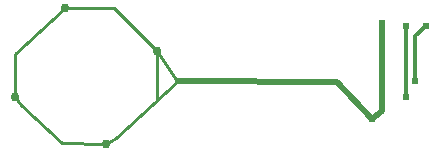
<source format=gbl>
G04 Layer: BottomLayer*
G04 EasyEDA v6.4.20.5, 2021-09-11T17:11:42--7:00*
G04 59e5e42a4f444d7ea769f532c57b2946,1286d1f709c949e68cfeef46812bcf49,10*
G04 Gerber Generator version 0.2*
G04 Scale: 100 percent, Rotated: No, Reflected: No *
G04 Dimensions in millimeters *
G04 leading zeros omitted , absolute positions ,4 integer and 5 decimal *
%FSLAX45Y45*%
%MOMM*%

%ADD10C,0.2540*%
%ADD12C,0.3000*%
%ADD13C,0.5000*%
%ADD16C,0.7500*%
%ADD17C,0.6096*%

%LPD*%
D10*
X1299971Y659892D02*
G01*
X927498Y664997D01*
X577850Y987805D01*
X530097Y1057402D01*
D13*
X3549904Y867410D02*
G01*
X3257550Y1187450D01*
X1910079Y1189989D01*
D10*
X955039Y1812544D02*
G01*
X1369999Y1810001D01*
X1730001Y1449999D01*
X1899996Y1189997D02*
G01*
X1729996Y1450088D01*
X1910001Y1190000D02*
G01*
X1389887Y709929D01*
X1299971Y659892D01*
X530097Y1057402D02*
G01*
X530097Y1420113D01*
X955039Y1812544D01*
X1730001Y1449999D02*
G01*
X1731350Y1027361D01*
D12*
X3840002Y1660001D02*
G01*
X3840002Y1060000D01*
X4009897Y1659889D02*
G01*
X3919981Y1572513D01*
X3919981Y1189989D01*
D13*
X3640074Y1679955D02*
G01*
X3640074Y940054D01*
X3549904Y867410D01*
D16*
G01*
X1729994Y1450009D03*
G01*
X1299997Y659993D03*
G01*
X529996Y1057503D03*
G01*
X954989Y1812493D03*
D17*
G01*
X3550005Y867486D03*
G01*
X3639997Y1680006D03*
G01*
X3839997Y1659991D03*
G01*
X4009999Y1659991D03*
G01*
X3839997Y1059992D03*
G01*
X3920007Y1189989D03*
M02*

</source>
